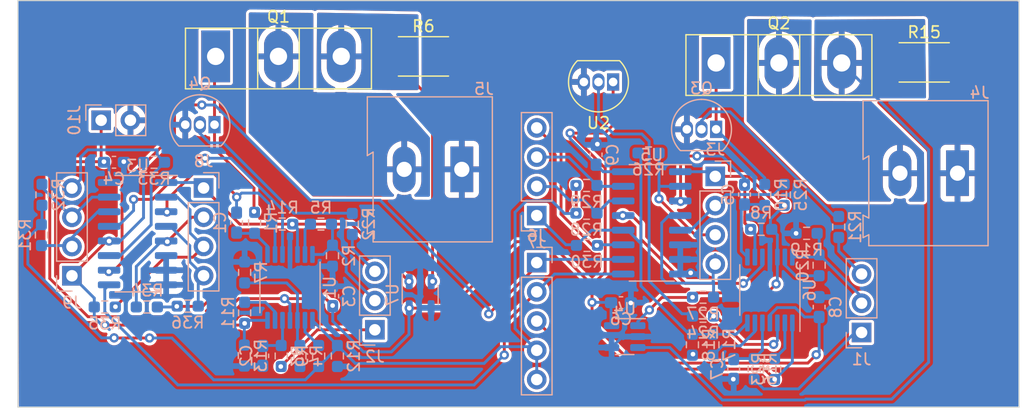
<source format=kicad_pcb>
(kicad_pcb (version 20221018) (generator pcbnew)
  (layers (0 "F.Cu" signal) (31 "B.Cu" signal) (34 "B.Paste" user) (35 "F.Paste" user) (36 "B.SilkS" user "B.Silkscreen") (37 "F.SilkS" user "F.Silkscreen") (38 "B.Mask" user) (39 "F.Mask" user) (44 "Edge.Cuts" user))
  (net 0 "")
  (net 1 "5V")
  (net 2 "input")
  (net 3 "0")
  (net 4 "Net-(C1-Pad2)")
  (net 5 "Net-(Q1-B)")
  (net 6 "Net-(Q1-E)")
  (net 7 "ADC_SHUNT")
  (net 8 "DAC_from_board")
  (net 9 "Net-(U1B-+)")
  (net 10 "input_sense")
  (net 11 "input_divider")
  (net 12 "Net-(U1D--)")
  (net 13 "Net-(U1A--)")
  (net 14 "Net-(U1B--)")
  (net 15 "DAC")
  (net 16 "DIVIDER")
  (net 17 "SHUNT")
  (net 18 "Net-(U1C--)")
  (net 19 "TEMP")
  (net 20 "COMMON_MUX_B")
  (net 21 "COMMON_MUX_A")
  (net 22 "Net-(Q2-B)")
  (net 23 "Net-(Q2-E)")
  (net 24 "SHUNT_2")
  (net 25 "Net-(U5-Y)")
  (net 26 "Net-(C5-Pad2)")
  (net 27 "DAC_from_board_2")
  (net 28 "Net-(U6B-+)")
  (net 29 "Net-(U6B--)")
  (net 30 "DAC_2")
  (net 31 "ADC_SHUNT_2")
  (net 32 "Net-(U6D--)")
  (net 33 "Net-(U2-V_{OUT})")
  (net 34 "Net-(U1C-+)")
  (net 35 "Net-(U5-X)")
  (net 36 "Net-(Q3-B)")
  (net 37 "Net-(Q4-B)")
  (net 38 "ENABLE")
  (net 39 "ENABLE_2")
  (net 40 "Net-(U6A--)")
  (net 41 "Net-(U6A-+)")
  (net 42 "Net-(J3-Pin_2)")
  (net 43 "Net-(J3-Pin_3)")
  (net 44 "Net-(J3-Pin_4)")
  (net 45 "Net-(J7-Pin_2)")
  (net 46 "Net-(J7-Pin_3)")
  (net 47 "Net-(J7-Pin_4)")
  (net 48 "Net-(J9-Pin_2)")
  (net 49 "Net-(J9-Pin_3)")
  (net 50 "Net-(J8-Pin_2)")
  (net 51 "Net-(J8-Pin_3)")
  (net 52 "Net-(J8-Pin_4)")
  (net 53 "Net-(J9-Pin_4)")
  (footprint "Package_TO_SOT_THT:TO-247-3_Vertical" (layer "F.Cu") (at 187.96 31.57)
    (fp_text reference "Q2")
    (fp_text value "TIP142")
  )
  (footprint "Package_TO_SOT_THT:TO-92_Inline" (layer "F.Cu") (at 179.0192 33.2232 180)
    (fp_text reference "U2")
    (fp_text value "MCP9700Ax-ETT")
  )
  (footprint "Resistor_SMD:R_2512_6332Metric_Pad1.40x3.35mm_HandSolder" (layer "F.Cu") (at 206.0194 31.5214)
    (fp_text reference "R15")
    (fp_text value "0.05")
  )
  (footprint "Package_TO_SOT_THT:TO-247-3_Vertical" (layer "F.Cu") (at 144.5236 31)
    (fp_text reference "Q1")
    (fp_text value "TIP142")
  )
  (footprint "Resistor_SMD:R_2512_6332Metric_Pad1.40x3.35mm_HandSolder" (layer "F.Cu") (at 162.56 31)
    (fp_text reference "R6")
    (fp_text value "0.05")
  )
  (footprint "Resistor_SMD:R_0603_1608Metric_Pad0.98x0.95mm_HandSolder" (layer "B.Cu") (at 153.4626 57.0339 -90)
    (fp_text reference "R9")
    (fp_text value "0")
  )
  (footprint "Capacitor_SMD:C_0603_1608Metric_Pad1.08x0.95mm_HandSolder" (layer "B.Cu") (at 148.6128 57.0186 -90)
    (fp_text reference "C2")
    (fp_text value "10n")
  )
  (footprint "Package_SO:SOIC-16_3.9x9.9mm_P1.27mm" (layer "B.Cu") (at 182.372 45.466 180)
    (fp_text reference "U5")
    (fp_text value "SN74LV4052")
  )
  (footprint "Connector_PinHeader_2.54mm:PinHeader_1x02_P2.54mm_Vertical" (layer "B.Cu") (at 134.585 36.55 -90)
    (fp_text reference "J10")
    (fp_text value "Conn_01x02_Pin")
  )
  (footprint "Resistor_SMD:R_0603_1608Metric_Pad0.98x0.95mm_HandSolder" (layer "B.Cu") (at 129.45 43.025 90)
    (fp_text reference "R32")
    (fp_text value "0")
  )
  (footprint "Package_TO_SOT_THT:TO-92_Inline" (layer "B.Cu") (at 187.96 37.338 180)
    (fp_text reference "Q3")
    (fp_text value "BC549")
  )
  (footprint "Resistor_SMD:R_0603_1608Metric_Pad0.98x0.95mm_HandSolder" (layer "B.Cu") (at 193.8782 43.0295 90)
    (fp_text reference "R25")
    (fp_text value "0")
  )
  (footprint "Resistor_SMD:R_0603_1608Metric_Pad0.98x0.95mm_HandSolder" (layer "B.Cu") (at 138.55 52.775 180)
    (fp_text reference "R34")
    (fp_text value "0")
  )
  (footprint "Resistor_SMD:R_0603_1608Metric_Pad0.98x0.95mm_HandSolder" (layer "B.Cu") (at 196.9008 49.149 -90)
    (fp_text reference "R20")
    (fp_text value "0")
  )
  (footprint "Package_TO_SOT_SMD:SOT-23-5" (layer "B.Cu") (at 180.025 55.35 180)
    (fp_text reference "U4")
    (fp_text value "INA180A1")
  )
  (footprint "Resistor_SMD:R_0603_1608Metric_Pad0.98x0.95mm_HandSolder" (layer "B.Cu") (at 195.8125 46.375)
    (fp_text reference "R19")
    (fp_text value "10k")
  )
  (footprint "Connector_PinHeader_2.54mm:PinHeader_1x03_P2.54mm_Vertical" (layer "B.Cu") (at 200.5838 54.991)
    (fp_text reference "J1")
    (fp_text value "Conn_01x03_Pin")
  )
  (footprint "Resistor_SMD:R_0603_1608Metric_Pad0.98x0.95mm_HandSolder" (layer "B.Cu") (at 139.175 40.2)
    (fp_text reference "R33")
    (fp_text value "0")
  )
  (footprint "Connector_PinHeader_2.54mm:PinHeader_1x03_P2.54mm_Vertical" (layer "B.Cu") (at 158.341 54.758)
    (fp_text reference "J2")
    (fp_text value "Conn_01x03_Pin")
  )
  (footprint "Resistor_SMD:R_0603_1608Metric_Pad0.98x0.95mm_HandSolder" (layer "B.Cu") (at 191.262 58.166 90)
    (fp_text reference "R16")
    (fp_text value "220")
  )
  (footprint "Capacitor_SMD:C_0603_1608Metric_Pad1.08x0.95mm_HandSolder" (layer "B.Cu") (at 179.7039 52.4002)
    (fp_text reference "C6")
    (fp_text value "100n")
  )
  (footprint "Resistor_SMD:R_0603_1608Metric_Pad0.98x0.95mm_HandSolder" (layer "B.Cu") (at 192.1764 43.0295 90)
    (fp_text reference "R10")
    (fp_text value "0")
  )
  (footprint "Capacitor_SMD:C_0603_1608Metric_Pad1.08x0.95mm_HandSolder" (layer "B.Cu") (at 189.484 58.166 -90)
    (fp_text reference "C7")
    (fp_text value "10n")
  )
  (footprint "Resistor_SMD:R_0603_1608Metric_Pad0.98x0.95mm_HandSolder" (layer "B.Cu") (at 147.0126 56.9964 90)
    (fp_text reference "R13")
    (fp_text value "10k")
  )
  (footprint "Resistor_SMD:R_0603_1608Metric_Pad0.98x0.95mm_HandSolder" (layer "B.Cu") (at 176.7078 42.2148)
    (fp_text reference "R29")
    (fp_text value "0")
  )
  (footprint "Resistor_SMD:R_0603_1608Metric_Pad0.98x0.95mm_HandSolder" (layer "B.Cu") (at 198.6 45.825 90)
    (fp_text reference "R21")
    (fp_text value "1k")
  )
  (footprint "Package_SO:TSSOP-14_4.4x5mm_P0.65mm" (layer "B.Cu") (at 150.975 51.075 90)
    (fp_text reference "U1")
    (fp_text value "NCS21804")
  )
  (footprint "Connector_PinHeader_2.54mm:PinHeader_1x04_P2.54mm_Vertical" (layer "B.Cu") (at 187.8838 41.4274 180)
    (fp_text reference "J3")
    (fp_text value "Conn_01x04_Pin")
  )
  (footprint "Resistor_SMD:R_0603_1608Metric_Pad0.98x0.95mm_HandSolder" (layer "B.Cu") (at 134.9 52.775)
    (fp_text reference "R35")
    (fp_text value "0")
  )
  (footprint "Capacitor_SMD:C_0603_1608Metric_Pad1.08x0.95mm_HandSolder" (layer "B.Cu") (at 196.9008 52.7812 90)
    (fp_text reference "C8")
    (fp_text value "100n")
  )
  (footprint "Capacitor_SMD:C_0603_1608Metric_Pad1.08x0.95mm_HandSolder" (layer "B.Cu") (at 135.7 40.2)
    (fp_text reference "C4")
    (fp_text value "100n")
  )
  (footprint "Package_SO:SOIC-16_3.9x9.9mm_P1.27mm" (layer "B.Cu") (at 137.75 46.405 180)
    (fp_text reference "U3")
    (fp_text value "SN74LV4052")
  )
  (footprint "Connector_PinHeader_2.54mm:PinHeader_1x05_P2.54mm_Vertical" (layer "B.Cu") (at 172.3898 48.9204 180)
    (fp_text reference "J6")
    (fp_text value "Conn_01x05_Pin")
  )
  (footprint "Resistor_SMD:R_0603_1608Metric_Pad0.98x0.95mm_HandSolder" (layer "B.Cu") (at 156.3852 45.5632 90)
    (fp_text reference "R22")
    (fp_text value "1k")
  )
  (footprint "Resistor_SMD:R_0603_1608Metric_Pad0.98x0.95mm_HandSolder" (layer "B.Cu") (at 129.4 46.525 -90)
    (fp_text reference "R31")
    (fp_text value "0")
  )
  (footprint "Resistor_SMD:R_0603_1608Metric_Pad0.98x0.95mm_HandSolder" (layer "B.Cu") (at 176.7078 44.6278)
    (fp_text reference "R28")
    (fp_text value "0")
  )
  (footprint "Resistor_SMD:R_0603_1608Metric_Pad0.98x0.95mm_HandSolder" (layer "B.Cu") (at 185.9026 56.0578 90)
    (fp_text reference "R18")
    (fp_text value "10k")
  )
  (footprint "Resistor_SMD:R_0603_1608Metric_Pad0.98x0.95mm_HandSolder" (layer "B.Cu") (at 176.75 47.425)
    (fp_text reference "R30")
    (fp_text value "0")
  )
  (footprint "Resistor_SMD:R_0603_1608Metric_Pad0.98x0.95mm_HandSolder" (layer "B.Cu") (at 150.2126 57.0339 90)
    (fp_text reference "R3")
    (fp_text value "220")
  )
  (footprint "Resistor_SMD:R_0603_1608Metric_Pad0.98x0.95mm_HandSolder" (layer "B.Cu") (at 150.3001 45.5714 180)
    (fp_text reference "R14")
    (fp_text value "10k")
  )
  (footprint "Resistor_SMD:R_0603_1608Metric_Pad0.98x0.95mm_HandSolder" (layer "B.Cu") (at 182.0945 39.3954)
    (fp_text reference "R26")
    (fp_text value "0")
  )
  (footprint "Capacitor_SMD:C_0603_1608Metric_Pad1.08x0.95mm_HandSolder" (layer "B.Cu") (at 177.546 39.5478 90)
    (fp_text reference "C9")
    (fp_text value "100n")
  )
  (footprint "Capacitor_SMD:C_0603_1608Metric_Pad1.08x0.95mm_HandSolder" (layer "B.Cu") (at 190.4238 43.0041 -90)
    (fp_text reference "C5")
    (fp_text value "220p")
  )
  (footprint "Resistor_SMD:R_0603_1608Metric_Pad0.98x0.95mm_HandSolder" (layer "B.Cu") (at 147.0376 49.7714 90)
    (fp_text reference "R7")
    (fp_text value "20k")
  )
  (footprint "TerminalBlock:TerminalBlock_Altech_AK300-2_P5.00mm" (layer "B.Cu") (at 165.8874 40.8178 180)
    (fp_text reference "J5")
    (fp_text value "Screw_Terminal_01x02")
  )
  (footprint "Resistor_SMD:R_0603_1608Metric_Pad0.98x0.95mm_HandSolder" (layer "B.Cu") (at 193.04 58.166 -90)
    (fp_text reference "R23")
    (fp_text value "0")
  )
  (footprint "Connector_PinHeader_2.54mm:PinHeader_1x04_P2.54mm_Vertical" (layer "B.Cu") (at 172.3898 44.831)
    (fp_text reference "J7")
    (fp_text value "Conn_01x04_Pin")
  )
  (footprint "Resistor_SMD:R_0603_1608Metric_Pad0.98x0.95mm_HandSolder" (layer "B.Cu") (at 142.1 52.7)
    (fp_text reference "R36")
    (fp_text value "0")
  )
  (footprint "Resistor_SMD:R_0603_1608Metric_Pad0.98x0.95mm_HandSolder" (layer "B.Cu") (at 186.825 53.575)
    (fp_text reference "R24")
    (fp_text value "0")
  )
  (footprint "Resistor_SMD:R_0603_1608Metric_Pad0.98x0.95mm_HandSolder" (layer "B.Cu") (at 186.825 51.925)
    (fp_text reference "R27")
    (fp_text value "0")
  )
  (footprint "Resistor_SMD:R_0603_1608Metric_Pad0.98x0.95mm_HandSolder" (layer "B.Cu") (at 147.0376 53.2839 -90)
    (fp_text reference "R11")
    (fp_text value "0")
  )
  (footprint "Resistor_SMD:R_0603_1608Metric_Pad0.98x0.95mm_HandSolder" (layer "B.Cu") (at 187.6806 56.0578 90)
    (fp_text reference "R17")
    (fp_text value "0")
  )
  (footprint "Resistor_SMD:R_0603_1608Metric_Pad0.98x0.95mm_HandSolder" (layer "B.Cu") (at 191.8716 46.0248 180)
    (fp_text reference "R8")
    (fp_text value "10k")
  )
  (footprint "Package_TO_SOT_SMD:SOT-23-5" (layer "B.Cu") (at 162.275 51.7125 -90)
    (fp_text reference "U7")
    (fp_text value "INA180A1")
  )
  (footprint "Resistor_SMD:R_0603_1608Metric_Pad0.98x0.95mm_HandSolder" (layer "B.Cu") (at 154.6626 48.3214 90)
    (fp_text reference "R2")
    (fp_text value "10k")
  )
  (footprint "Package_TO_SOT_THT:TO-92_Inline" (layer "B.Cu") (at 144.4244 36.936 180)
    (fp_text reference "Q4")
    (fp_text value "BC549")
  )
  (footprint "TerminalBlock:TerminalBlock_Altech_AK300-2_P5.00mm" (layer "B.Cu") (at 208.9114 41.148 180)
    (fp_text reference "J4")
    (fp_text value "Screw_Terminal_01x02")
  )
  (footprint "Connector_PinHeader_2.54mm:PinHeader_1x04_P2.54mm_Vertical" (layer "B.Cu") (at 143.475 42.435 180)
    (fp_text reference "J8")
    (fp_text value "Conn_01x04_Pin")
  )
  (footprint "Resistor_SMD:R_0603_1608Metric_Pad0.98x0.95mm_HandSolder" (layer "B.Cu") (at 153.6626 45.5714 180)
    (fp_text reference "R5")
    (fp_text value "0")
  )
  (footprint "Package_SO:TSSOP-14_4.4x5mm_P0.65mm" (layer "B.Cu") (at 192.625 51.3 90)
    (fp_text reference "U6")
    (fp_text value "NCS21804")
  )
  (footprint "Resistor_SMD:R_0603_1608Metric_Pad0.98x0.95mm_HandSolder" (layer "B.Cu") (at 151.8376 57.0339 90)
    (fp_text reference "R4")
    (fp_text value "280k")
  )
  (footprint "Resistor_SMD:R_0603_1608Metric_Pad0.98x0.95mm_HandSolder" (layer "B.Cu") (at 147.9016 45.4616 90)
    (fp_text reference "R1")
    (fp_text value "0")
  )
  (footprint "Capacitor_SMD:C_0603_1608Metric_Pad1.08x0.95mm_HandSolder" (layer "B.Cu") (at 146.3376 45.4464 -90)
    (fp_text reference "C1")
    (fp_text value "220p")
  )
  (footprint "Connector_PinHeader_2.54mm:PinHeader_1x04_P2.54mm_Vertical" (layer "B.Cu") (at 132.05 50.065)
    (fp_text reference "J9")
    (fp_text value "Conn_01x04_Pin")
  )
  (footprint "Resistor_SMD:R_0603_1608Metric_Pad0.98x0.95mm_HandSolder" (layer "B.Cu") (at 155.0876 57.0339 90)
    (fp_text reference "R12")
    (fp_text value "1k")
  )
  (footprint "Capacitor_SMD:C_0603_1608Metric_Pad1.08x0.95mm_HandSolder" (layer "B.Cu") (at 154.6834 51.837 90)
    (fp_text reference "C3")
    (fp_text value "100n")
  )
  (gr_rect (start 127.36 26.15) (end 214.25 61.48) (stroke (width 0.1)) (fill none) (layer "Edge.Cuts"))
  (segment (start 189.738 52.578) (end 188.798 52.578) (width 0) (layer "B.Cu") (net 0))
  (segment (start 196.6722 56.9468) (end 196.6976 56.9468) (width 0.25) (layer "F.Cu") (net 1))
  (segment (start 170.65 47.1) (end 164.875 52.875) (width 0.25) (layer "F.Cu") (net 1))
  (segment (start 196.6468 56.9214) (end 196.6722 56.9468) (width 0.25) (layer "F.Cu") (net 1))
  (segment (start 179.0192 36.957) (end 179.0192 33.2232) (width 0.25) (layer "F.Cu") (net 1))
  (segment (start 150.5 52.05) (end 146.525 52.05) (width 0.25) (layer "F.Cu") (net 1))
  (segment (start 177.1904 50.8846) (end 177.1904 52.3748) (width 0.25) (layer "F.Cu") (net 1))
  (segment (start 133.45038 53.625) (end 130.125 50.29962) (width 0.25) (layer "F.Cu") (net 1))
  (segment (start 175.2854 37.6682) (end 178.308 37.6682) (width 0.25) (layer "F.Cu") (net 1))
  (segment (start 177.1904 52.3748) (end 177.1904 50.8654) (width 0.25) (layer "F.Cu") (net 1))
  (segment (start 178.308 37.6682) (end 179.0192 36.957) (width 0.25) (layer "F.Cu") (net 1))
  (segment (start 177.1904 52.3748) (end 177.1904 54.1654) (width 0.25) (layer "F.Cu") (net 1))
  (segment (start 180.675 57.65) (end 195.9182 57.65) (width 0.25) (layer "F.Cu") (net 1))
  (segment (start 177.1904 54.1654) (end 180.675 57.65) (width 0.25) (layer "F.Cu") (net 1))
  (segment (start 130.125 40.775) (end 130.75 40.15) (width 0.25) (layer "F.Cu") (net 1))
  (segment (start 134.825 40.15) (end 134.585 39.91) (width 0.25) (layer "F.Cu") (net 1))
  (segment (start 177.1904 50.8654) (end 173.425 47.1) (width 0.25) (layer "F.Cu") (net 1))
  (segment (start 195.9182 57.65) (end 196.6468 56.9214) (width 0.25) (layer "F.Cu") (net 1))
  (segment (start 173.425 47.1) (end 170.65 47.1) (width 0.25) (layer "F.Cu") (net 1))
  (segment (start 178.3334 49.7416) (end 177.1904 50.8846) (width 0.25) (layer "F.Cu") (net 1))
  (segment (start 175.2854 37.6682) (end 178.3334 40.7162) (width 0.25) (layer "F.Cu") (net 1))
  (segment (start 178.3334 40.7162) (end 178.3334 49.7416) (width 0.25) (layer "F.Cu") (net 1))
  (segment (start 130.75 40.15) (end 134.825 40.15) (width 0.25) (layer "F.Cu") (net 1))
  (segment (start 144.95 53.625) (end 133.45038 53.625) (width 0.25) (layer "F.Cu") (net 1))
  (segment (start 154.075 52.05) (end 154.675 52.65) (width 0.25) (layer "F.Cu") (net 1))
  (segment (start 130.125 50.29962) (end 130.125 40.775) (width 0.25) (layer "F.Cu") (net 1))
  (segment (start 150.5 52.05) (end 154.075 52.05) (width 0.25) (layer "F.Cu") (net 1))
  (segment (start 134.585 39.91) (end 134.585 36.55) (width 0.25) (layer "F.Cu") (net 1))
  (segment (start 164.875 52.875) (end 161.325 52.875) (width 0.25) (layer "F.Cu") (net 1))
  (segment (start 146.525 52.05) (end 144.95 53.625) (width 0.25) (layer "F.Cu") (net 1))
  (via (at 196.6468 56.9214) (size 0.8) (drill 0.4) (layers "F.Cu" "B.Cu") (net 1))
  (via (at 134.825 40.15) (size 0.8) (drill 0.4) (layers "F.Cu" "B.Cu") (net 1))
  (via (at 154.675 52.65) (size 0.8) (drill 0.4) (layers "F.Cu" "B.Cu") (net 1))
  (via (at 175.2854 37.6682) (size 0.8) (drill 0.4) (layers "F.Cu" "B.Cu") (net 1))
  (via (at 161.325 52.875) (size 0.8) (drill 0.4) (layers "F.Cu" "B.Cu") (net 1))
  (via (at 150.5 52.05) (size 0.8) (drill 0.4) (layers "F.Cu" "B.Cu") (net 1))
  (via (at 177.1904 52.3748) (size 0.8) (drill 0.4) (layers "F.Cu" "B.Cu") (net 1))
  (segment (start 150.975 53.9375) (end 150.975 52.5) (width 0.25) (layer "B.Cu") (net 1))
  (segment (start 175.2854 37.6682) (end 175.2854 38.1497) (width 0.25) (layer "B.Cu") (net 1))
  (segment (start 179.897 41.021) (end 178.1567 41.021) (width 0.25) (layer "B.Cu") (net 1))
  (segment (start 154.6834 54.0084) (end 154.6834 52.6995) (width 0.25) (layer "B.Cu") (net 1))
  (segment (start 178.8414 54.3539) (end 178.8875 54.4) (width 0.25) (layer "B.Cu") (net 1))
  (segment (start 178.1567 41.021) (end 177.546 40.4103) (width 0.25) (layer "B.Cu") (net 1))
  (segment (start 134.825 40.1875) (end 134.825 40.15) (width 0.25) (layer "B.Cu") (net 1))
  (segment (start 150.975 52.5) (end 150.525 52.05) (width 0.25) (layer "B.Cu") (net 1))
  (segment (start 196.6468 56.9214) (end 196.9008 56.6674) (width 0.25) (layer "B.Cu") (net 1))
  (segment (start 150.525 52.05) (end 150.5 52.05) (width 0.25) (layer "B.Cu") (net 1))
  (segment (start 161.3 55.15) (end 159.775 56.675) (width 0.25) (layer "B.Cu") (net 1))
  (segment (start 157.35 56.675) (end 154.6834 54.0084) (width 0.25) (layer "B.Cu") (net 1))
  (segment (start 195.6297 53.6437) (end 194.818 52.832) (width 0.25) (layer "B.Cu") (net 1))
  (segment (start 134.7875 40.15) (end 134.8375 40.2) (width 0.25) (layer "B.Cu") (net 1))
  (segment (start 196.9008 53.6437) (end 195.6297 53.6437) (width 0.25) (layer "B.Cu") (net 1))
  (segment (start 161.3 52.8375) (end 161.3 55.15) (width 0.25) (layer "B.Cu") (net 1))
  (segment (start 177.1904 52.3748) (end 178.816 52.3748) (width 0.25) (layer "B.Cu") (net 1))
  (segment (start 175.2854 38.1497) (end 177.546 40.4103) (width 0.25) (layer "B.Cu") (net 1))
  (segment (start 193.266958 52.832) (end 192.625 53.473958) (width 0.25) (layer "B.Cu") (net 1))
  (segment (start 135.275 41.96) (end 135.275 40.6375) (width 0.25) (layer "B.Cu") (net 1))
  (segment (start 178.816 52.3748) (end 178.8414 52.4002) (width 0.25) (layer "B.Cu") (net 1))
  (segment (start 178.8414 52.4002) (end 178.8414 54.3539) (width 0.25) (layer "B.Cu") (net 1))
  (segment (start 150.5 52.025) (end 150.525 52.05) (width 0.25) (layer "B.Cu") (net 1))
  (segment (start 175.2854 37.6682) (end 175.2843 37.6693) (width 0.25) (layer "B.Cu") (net 1))
  (segment (start 159.775 56.675) (end 157.35 56.675) (width 0.25) (layer "B.Cu") (net 1))
  (segment (start 194.818 52.832) (end 193.266958 52.832) (width 0.25) (layer "B.Cu") (net 1))
  (segment (start 196.9008 56.6674) (end 196.9008 53.6437) (width 0.25) (layer "B.Cu") (net 1))
  (segment (start 150.5 52.05) (end 150.5 52.025) (width 0.25) (layer "B.Cu") (net 1))
  (segment (start 135.275 40.6375) (end 134.825 40.1875) (width 0.25) (layer "B.Cu") (net 1))
  (segment (start 192.625 53.473958) (end 192.625 54.1625) (width 0.25) (layer "B.Cu") (net 1))
  (segment (start 134.825 40.15) (end 134.7875 40.15) (width 0.25) (layer "B.Cu") (net 1))
  (via (at 194.9 46.375) (size 0.8) (drill 0.4) (layers "F.Cu" "B.Cu") (net 3))
  (via (at 136.55 40.15) (size 0.8) (drill 0.4) (layers "F.Cu" "B.Cu") (net 3))
  (via (at 185.95 56.875) (size 0.8) (drill 0.4) (layers "F.Cu" "B.Cu") (net 3))
  (via (at 177.65 38.625) (size 0.8) (drill 0.4) (layers "F.Cu" "B.Cu") (net 3))
  (via (at 180.55 52.425) (size 0.8) (drill 0.4) (layers "F.Cu" "B.Cu") (net 3))
  (via (at 189.45 59.05) (size 0.8) (drill 0.4) (layers "F.Cu" "B.Cu") (net 3))
  (via (at 185.7502 49.8094) (size 0.8) (drill 0.4) (layers "F.Cu" "B.Cu") (net 3))
  (segment (start 179.925 55.2625) (end 179.8375 55.35) (width 0.25) (layer "B.Cu") (net 3))
  (segment (start 179.8375 55.35) (end 178.8875 56.3) (width 0.25) (layer "B.Cu") (net 3))
  (segment (start 180.55 52.425) (end 180.5664 52.4414) (width 0.25) (layer "B.Cu") (net 3))
  (segment (start 180.55 52.425) (end 179.925 53.05) (width 0.25) (layer "B.Cu") (net 3))
  (segment (start 181.1625 55.35) (end 179.8375 55.35) (width 0.25) (layer "B.Cu") (net 3))
  (segment (start 180.5664 52.4002) (end 180.5664 52.4086) (width 0.25) (layer "B.Cu") (net 3))
  (segment (start 192.6825 48.437) (end 192.674 48.4455) (width 0.25) (layer "B.Cu") (net 3))
  (segment (start 184.847 47.371) (end 184.847 49.911) (width 0.25) (layer "B.Cu") (net 3))
  (segment (start 180.5664 52.4086) (end 180.55 52.425) (width 0.25) (layer "B.Cu") (net 3))
  (segment (start 179.925 53.05) (end 179.925 55.2625) (width 0.25) (layer "B.Cu") (net 3))
  (segment (start 149.025 47.4975) (end 147.9016 46.3741) (width 0.25) (layer "B.Cu") (net 4))
  (segment (start 147.9016 46.3741) (end 146.4028 46.3741) (width 0.25) (layer "B.Cu") (net 4))
  (segment (start 146.4028 46.3741) (end 146.3376 46.3089) (width 0.25) (layer "B.Cu") (net 4))
  (segment (start 149.025 48.2125) (end 149.025 47.4975) (width 0.25) (layer "B.Cu") (net 4))
  (segment (start 144.4244 39.0244) (end 144.4244 36.936) (width 0.25) (layer "F.Cu") (net 5))
  (segment (start 147.85 42.45) (end 144.4244 39.0244) (width 0.25) (layer "F.Cu") (net 5))
  (segment (start 144.4244 36.936) (end 144.4244 31.0992) (width 0.25) (layer "F.Cu") (net 5))
  (segment (start 147.85 44.475) (end 147.85 42.45) (width 0.25) (layer "F.Cu") (net 5))
  (segment (start 144.4244 31.0992) (end 144.5236 31) (width 0.25) (layer "F.Cu") (net 5))
  (via (at 147.85 44.475) (size 0.8) (drill 0.4) (layers "F.Cu" "B.Cu") (net 5))
  (segment (start 163.35 34.84) (end 159.51 31) (width 0.25) (layer "F.Cu") (net 6))
  (segment (start 163.35 50.55) (end 163.35 34.84) (width 0.25) (layer "F.Cu") (net 6))
  (via (at 163.35 50.55) (size 0.8) (drill 0.4) (layers "F.Cu" "B.Cu") (net 6))
  (segment (start 154.6626 47.4089) (end 154.6626 45.6589) (width 0.25) (layer "B.Cu") (net 7))
  (segment (start 152.925 48.2125) (end 153.859 48.2125) (width 0.25) (layer "B.Cu") (net 7))
  (segment (start 155.85 48.5963) (end 154.6626 47.4089) (width 0.25) (layer "B.Cu") (net 7))
  (segment (start 158.341 52.218) (end 155.85 49.727) (width 0.25) (layer "B.Cu") (net 7))
  (segment (start 155.85 49.727) (end 155.85 48.5963) (width 0.25) (layer "B.Cu") (net 7))
  (segment (start 154.6626 45.6589) (end 154.5751 45.5714) (width 0.25) (layer "B.Cu") (net 7))
  (segment (start 153.859 48.2125) (end 154.6626 47.4089) (width 0.25) (layer "B.Cu") (net 7))
  (segment (start 150.175 57.95) (end 153.367 54.758) (width 0.25) (layer "F.Cu") (net 8))
  (segment (start 153.367 54.758) (end 158.341 54.758) (width 0.25) (layer "F.Cu") (net 8))
  (via (at 150.175 57.95) (size 0.8) (drill 0.4) (layers "F.Cu" "B.Cu") (net 8))
  (segment (start 148.6475 56.1214) (end 148.6128 56.1561) (width 0.25) (layer "B.Cu") (net 9))
  (segment (start 150.325 53.9375) (end 150.325 56.009) (width 0.25) (layer "B.Cu") (net 9))
  (segment (start 150.2126 56.1214) (end 148.6475 56.1214) (width 0.25) (layer "B.Cu") (net 9))
  (segment (start 150.325 56.009) (end 150.2126 56.1214) (width 0.25) (layer "B.Cu") (net 9))
  (segment (start 151.625 51.625) (end 151.625 53.9375) (width 0.25) (layer "B.Cu") (net 11))
  (segment (start 147.0376 50.6839) (end 150.6839 50.6839) (width 0.25) (layer "B.Cu") (net 11))
  (segment (start 150.6839 50.6839) (end 151.625 51.625) (width 0.25) (layer "B.Cu") (net 11))
  (segment (start 151.8376 56.1214) (end 151.625 55.9088) (width 0.25) (layer "B.Cu") (net 11))
  (segment (start 151.625 55.9088) (end 151.625 53.9375) (width 0.25) (layer "B.Cu") (net 11))
  (segment (start 152.275 48.2125) (end 152.275 46.0465) (width 0.25) (layer "B.Cu") (net 12))
  (segment (start 152.275 46.0465) (end 152.7501 45.5714) (width 0.25) (layer "B.Cu") (net 12))
  (segment (start 153.4626 56.1214) (end 152.275 54.9338) (width 0.25) (layer "B.Cu") (net 13))
  (segment (start 152.275 54.9338) (end 152.275 53.9375) (width 0.25) (layer "B.Cu") (net 13))
  (segment (start 147.0376 52.3714) (end 148.8464 52.3714) (width 0.25) (layer "B.Cu") (net 14))
  (segment (start 148.8464 52.3714) (end 149.675 53.2) (width 0.25) (layer "B.Cu") (net 14))
  (segment (start 149.675 53.2) (end 149.675 53.9375) (width 0.25) (layer "B.Cu") (net 14))
  (segment (start 146.8845 54.3495) (end 134.91 54.3495) (width 0.25) (layer "F.Cu") (net 15))
  (segment (start 135.275 47.05) (end 135.065 47.05) (width 0.25) (layer "F.Cu") (net 15))
  (segment (start 135.065 47.05) (end 132.05 50.065) (width 0.25) (layer "F.Cu") (net 15))
  (segment (start 147.0376 54.1964) (end 146.8845 54.3495) (width 0.25) (layer "F.Cu") (net 15))
  (segment (start 147.0376 54.1964) (end 147.025 54.209) (width 0.25) (layer "F.Cu") (net 15))
  (via (at 135.275 47.05) (size 0.8) (drill 0.4) (layers "F.Cu" "B.Cu") (net 15))
  (via (at 134.91 54.3495) (size 0.8) (drill 0.4) (layers "F.Cu" "B.Cu") (net 15))
  (via (at 147.0376 54.1964) (size 0.8) (drill 0.4) (layers "F.Cu" "B.Cu") (net 15))
  (segment (start 138.2625 45.0275) (end 136.25 47.04) (width 0.25) (layer "B.Cu") (net 15))
  (segment (start 133.9875 53.6875) (end 133.9875 52.775) (width 0.25) (layer "B.Cu") (net 15))
  (segment (start 149.025 53.9375) (end 147.2965 53.9375) (width 0.25) (layer "B.Cu") (net 15))
  (segment (start 147.2965 53.9375) (end 147.0376 54.1964) (width 0.25) (layer "B.Cu") (net 15))
  (segment (start 133.9875 52.0025) (end 132.05 50.065) (width 0.25) (layer "B.Cu") (net 15))
  (segment (start 147.0126 54.2214) (end 147.0376 54.1964) (width 0.25) (layer "B.Cu") (net 15))
  (segment (start 134.91 54.3495) (end 134.6495 54.3495) (width 0.25) (layer "B.Cu") (net 15))
  (segment (start 134.91 54.3495) (end 135.3 54.7395) (width 0.25) (layer "B.Cu") (net 15))
  (segment (start 138.2625 40.2) (end 138.2625 45.0275) (width 0.25) (layer "B.Cu") (net 15))
  (segment (start 135.275 47.05) (end 135.275 47.04) (width 0.25) (layer "B.Cu") (net 15))
  (segment (start 133.9875 52.775) (end 133.9875 52.0025) (width 0.25) (layer "B.Cu") (net 15))
  (segment (start 136.25 47.04) (end 135.275 47.05) (width 0.25) (layer "B.Cu") (net 15))
  (segment (start 134.6495 54.3495) (end 133.9875 53.6875) (width 0.25) (layer "B.Cu") (net 15))
  (segment (start 147.0126 56.0839) (end 147.0126 54.2214) (width 0.25) (layer "B.Cu") (net 15))
  (segment (start 138.78 55.47) (end 135.72 55.47) (width 0.25) (layer "F.Cu") (net 16))
  (segment (start 135.72 55.47) (end 135.71 55.46) (width 0.25) (layer "F.Cu") (net 16))
  (segment (start 175.8188 42.164) (end 175.8188 44.6532) (width 0.25) (layer "F.Cu") (net 16))
  (via (at 175.8188 42.164) (size 0.8) (drill 0.4) (layers "F.Cu" "B.Cu") (net 16))
  (via (at 138.78 55.47) (size 0.8) (drill 0.4) (layers "F.Cu" "B.Cu") (net 16))
  (via (at 135.71 55.46) (size 0.8) (drill 0.4) (layers "F.Cu" "B.Cu") (net 16))
  (via (at 175.8188 44.6532) (size 0.8) (drill 0.4) (layers "F.Cu" "B.Cu") (net 16))
  (segment (start 175.8188 44.6532) (end 174.8032 44.6532) (width 0.25) (layer "B.Cu") (net 16))
  (segment (start 138.78 55.47) (end 140.72 55.47) (width 0.25) (layer "B.Cu") (net 16))
  (segment (start 155.0876 56.1214) (end 155.0876 56.3214) (width 0.25) (layer "B.Cu") (net 16))
  (segment (start 167.824695 57.675) (end 169.274695 56.225) (width 0.25) (layer "B.Cu") (net 16))
  (segment (start 155.0876 56.3214) (end 153.4626 57.9464) (width 0.25) (layer "B.Cu") (net 16))
  (segment (start 134.63 55.46) (end 128.225 49.055) (width 0.25) (layer "B.Cu") (net 16))
  (segment (start 155.0876 56.1001) (end 152.925 53.9375) (width 0.25) (layer "B.Cu") (net 16))
  (segment (start 128.225 49.055) (end 128.225 46.7875) (width 0.25) (layer "B.Cu") (net 16))
  (segment (start 172.3898 56.5404) (end 172.3898 59.0804) (width 0.25) (layer "B.Cu") (net 16))
  (segment (start 129.45 43.9375) (end 129.45 45.5625) (width 0.25) (layer "B.Cu") (net 16))
  (segment (start 155.0876 56.1214) (end 155.0876 56.1001) (width 0.25) (layer "B.Cu") (net 16))
  (segment (start 174.8032 44.6532) (end 173.6944 43.5444) (width 0.25) (layer "B.Cu") (net 16))
  (segment (start 171.50678 43.5444) (end 170.5102 44.54098) (width 0.25) (layer "B.Cu") (net 16))
  (segment (start 169.274695 56.225) (end 172.0744 56.225) (width 0.25) (layer "B.Cu") (net 16))
  (segment (start 170.5102 54.6608) (end 172.3898 56.5404) (width 0.25) (layer "B.Cu") (net 16))
  (segment (start 155.0876 56.1214) (end 156.6412 57.675) (width 0.25) (layer "B.Cu") (net 16))
  (segment (start 152.309 59.1) (end 153.4626 57.9464) (width 0.25) (layer "B.Cu") (net 16))
  (segment (start 129.45 45.5625) (end 129.4 45.6125) (width 0.25) (layer "B.Cu") (net 16))
  (segment (start 156.6412 57.675) (end 167.824695 57.675) (width 0.25) (layer "B.Cu") (net 16))
  (segment (start 172.0744 56.225) (end 172.3898 56.5404) (width 0.25) (layer "B.Cu") (net 16))
  (segment (start 144.35 59.1) (end 152.309 59.1) (width 0.25) (layer "B.Cu") (net 16))
  (segment (start 140.72 55.47) (end 144.35 59.1) (width 0.25) (layer "B.Cu") (net 16))
  (segment (start 138.580496 55.669504) (end 138.78 55.47) (width 0.25) (layer "B.Cu") (net 16))
  (segment (start 173.6944 43.5444) (end 171.50678 43.5444) (width 0.25) (layer "B.Cu") (net 16))
  (segment (start 128.225 46.7875) (end 129.4 45.6125) (width 0.25) (layer "B.Cu") (net 16))
  (segment (start 135.71 55.46) (end 134.63 55.46) (width 0.25) (layer "B.Cu") (net 16))
  (segment (start 170.5102 44.54098) (end 170.5102 54.6608) (width 0.25) (layer "B.Cu") (net 16))
  (segment (start 156.325 45.575) (end 151.175 45.575) (width 0.25) (layer "F.Cu") (net 17))
  (segment (start 161.3 50.55) (end 156.325 45.575) (width 0.25) (layer "F.Cu") (net 17))
  (segment (start 143.4 52.725) (end 145.2 50.925) (width 0.25) (layer "F.Cu") (net 17))
  (segment (start 141.15 52.725) (end 143.4 52.725) (width 0.25) (layer "F.Cu") (net 17))
  (segment (start 143.475 42.435) (end 146.615 45.575) (width 0.25) (layer "F.Cu") (net 17))
  (segment (start 145.2 50.925) (end 145.2 44.16) (width 0.25) (layer "F.Cu") (net 17))
  (segment (start 146.615 45.575) (end 151.175 45.575) (width 0.25) (layer "F.Cu") (net 17))
  (segment (start 145.2 44.16) (end 143.475 42.435) (width 0.25) (layer "F.Cu") (net 17))
  (via (at 141.15 52.725) (size 0.8) (drill 0.4) (layers "F.Cu" "B.Cu") (net 17))
  (via (at 151.175 45.575) (size 0.8) (drill 0.4) (layers "F.Cu" "B.Cu") (net 17))
  (via (at 161.3 50.55) (size 0.8) (drill 0.4) (layers "F.Cu" "B.Cu") (net 17))
  (segment (start 141.1125 52.775) (end 141.15 52.7375) (width 0.25) (layer "B.Cu") (net 17))
  (segment (start 141.1625 52.725) (end 141.1875 52.7) (width 0.25) (layer "B.Cu") (net 17))
  (segment (start 143 41.96) (end 143.475 42.435) (width 0.25) (layer "B.Cu") (net 17))
  (segment (start 139.4625 52.775) (end 141.1125 52.775) (width 0.25) (layer "B.Cu") (net 17))
  (segment (start 140.225 41.96) (end 143 41.96) (width 0.25) (layer "B.Cu") (net 17))
  (segment (start 151.2162 45.575) (end 151.175 45.575) (width 0.25) (layer "B.Cu") (net 17))
  (segment (start 151.625 45.9838) (end 151.2162 45.575) (width 0.25) (layer "B.Cu") (net 17))
  (segment (start 141.15 52.725) (end 141.1625 52.725) (width 0.25) (layer "B.Cu") (net 17))
  (segment (start 151.175 45.5338) (end 151.2126 45.5714) (width 0.25) (layer "B.Cu") (net 17))
  (segment (start 141.15 52.7375) (end 141.15 52.725) (width 0.25) (layer "B.Cu") (net 17))
  (segment (start 151.625 48.2125) (end 151.625 45.9838) (width 0.25) (layer "B.Cu") (net 17))
  (segment (start 151.175 45.575) (end 151.175 45.5338) (width 0.25) (layer "B.Cu") (net 17))
  (segment (start 143.87462 40.675) (end 146.35 43.15038) (width 0.25) (layer "F.Cu") (net 18))
  (segment (start 146.35 43.15038) (end 146.35 43.225) (width 0.25) (layer "F.Cu") (net 18))
  (segment (start 143.125 40.675) (end 143.87462 40.675) (width 0.25) (layer "F.Cu") (net 18))
  (segment (start 143.07538 40.675) (end 143.125 40.675) (width 0.25) (layer "F.Cu") (net 18))
  (segment (start 140.3 44.525) (end 140.3 43.45038) (width 0.25) (layer "F.Cu") (net 18))
  (segment (start 146.35 43.225) (end 146.35 43.275) (width 0.25) (layer "F.Cu") (net 18))
  (segment (start 140.3 43.45038) (end 143.07538 40.675) (width 0.25) (layer "F.Cu") (net 18))
  (via (at 146.35 43.225) (size 0.8) (drill 0.4) (layers "F.Cu" "B.Cu") (net 18))
  (via (at 140.3 44.525) (size 0.8) (drill 0.4) (layers "F.Cu" "B.Cu") (net 18))
  (segment (start 146.3376 43.3124) (end 146.3376 44.5839) (width 0.25) (layer "B.Cu") (net 18))
  (segment (start 149.675 45.8588) (end 149.675 48.2125) (width 0.25) (layer "B.Cu") (net 18))
  (segment (start 146.775 42.875) (end 146.3376 43.3124) (width 0.25) (layer "B.Cu") (net 18))
  (segment (start 149.1778 45.3616) (end 149.1778 43.8278) (width 0.25) (layer "B.Cu") (net 18))
  (segment (start 149.3876 45.5714) (end 149.1778 45.3616) (width 0.25) (layer "B.Cu") (net 18))
  (segment (start 149.3876 45.5714) (end 149.675 45.8588) (width 0.25) (layer "B.Cu") (net 18))
  (segment (start 149.1778 43.8278) (end 148.225 42.875) (width 0.25) (layer "B.Cu") (net 18))
  (segment (start 148.225 42.875) (end 146.775 42.875) (width 0.25) (layer "B.Cu") (net 18))
  (segment (start 176.5644 58.175) (end 172.3898 54.0004) (width 0.25) (layer "F.Cu") (net 19))
  (segment (start 193.04 59.055) (end 192.16 58.175) (width 0.25) (layer "F.Cu") (net 19))
  (segment (start 192.16 58.175) (end 176.5644 58.175) (width 0.25) (layer "F.Cu") (net 19))
  (via (at 193.04 59.055) (size 0.8) (drill 0.4) (layers "F.Cu" "B.Cu") (net 19))
  (segment (start 193.04 59.0785) (end 193.04 59.0785) (width 0.25) (layer "B.Cu") (net 19))
  (segment (start 193.0635 59.055) (end 193.04 59.055) (width 0.25) (layer "B.Cu") (net 19))
  (segment (start 193.04 59.055) (end 193.04 59.0785) (width 0.25) (layer "B.Cu") (net 19))
  (segment (start 194.575 57.5435) (end 193.0635 59.055) (width 0.25) (layer "B.Cu") (net 19))
  (segment (start 194.575 54.1625) (end 194.575 57.5435) (width 0.25) (layer "B.Cu") (net 19))
  (segment (start 169.575 54.2752) (end 172.3898 51.4604) (width 0.25) (layer "F.Cu") (net 20))
  (segment (start 169.575 56.95) (end 169.575 54.2752) (width 0.25) (layer "F.Cu") (net 20))
  (via (at 169.575 56.95) (size 0.8) (drill 0.4) (layers "F.Cu" "B.Cu") (net 20))
  (segment (start 179.897 49.911) (end 173.9392 49.911) (width 0.25) (layer "B.Cu") (net 20))
  (segment (start 166.95 59.55) (end 169.55 56.95) (width 0.25) (layer "B.Cu") (net 20))
  (segment (start 135.275 50.85) (end 134.9 51.225) (width 0.25) (layer "B.Cu") (net 20))
  (segment (start 169.55 56.95) (end 169.575 56.95) (width 0.25) (layer "B.Cu") (net 20))
  (segment (start 173.9392 49.911) (end 172.3898 51.4604) (width 0.25) (layer "B.Cu") (net 20))
  (segment (start 134.9 53.2) (end 141.25 59.55) (width 0.25) (layer "B.Cu") (net 20))
  (segment (start 134.9 51.225) (end 134.9 53.2) (width 0.25) (layer "B.Cu") (net 20))
  (segment (start 169.575 56.925) (end 169.575 56.925) (width 0.25) (layer "B.Cu") (net 20))
  (segment (start 169.575 56.95) (end 169.575 56.925) (width 0.25) (layer "B.Cu") (net 20))
  (segment (start 141.25 59.55) (end 166.95 59.55) (width 0.25) (layer "B.Cu") (net 20))
  (segment (start 172.3898 49.2102) (end 168.225 53.375) (width 0.25) (layer "F.Cu") (net 21))
  (segment (start 135.6 49.7) (end 136.4 48.9) (width 0.25) (layer "F.Cu") (net 21))
  (segment (start 172.3898 48.9204) (end 172.3898 49.2102) (width 0.25) (layer "F.Cu") (net 21))
  (segment (start 143.325 35.225) (end 143.35 35.2) (width 0.25) (layer "F.Cu") (net 21))
  (segment (start 136.4 42.275) (end 140.95 37.725) (width 0.25) (layer "F.Cu") (net 21))
  (segment (start 140.95 35.55) (end 141.3 35.2) (width 0.25) (layer "F.Cu") (net 21))
  (segment (start 140.95 37.725) (end 140.95 35.55) (width 0.25) (layer "F.Cu") (net 21))
  (segment (start 141.3 35.2) (end 143.325 35.225) (width 0.25) (layer "F.Cu") (net 21))
  (segment (start 135.25 49.7) (end 135.6 49.7) (width 0.25) (layer "F.Cu") (net 21))
  (segment (start 136.4 48.9) (end 136.4 42.275) (width 0.25) (layer "F.Cu") (net 21))
  (segment (start 168.225 53.375) (end 168.2 53.4) (width 0.25) (layer "F.Cu") (net 21))
  (via (at 168.225 53.375) (size 0.8) (drill 0.4) (layers "F.Cu" "B.Cu") (net 21))
  (via (at 135.25 49.7) (size 0.8) (drill 0.4) (layers "F.Cu" "B.Cu") (net 21))
  (via (at 143.325 35.225) (size 0.8) (drill 0.4) (layers "F.Cu" "B.Cu") (net 21))
  (segment (start 172.6692 48.641) (end 172.3898 48.9204) (width 0.25) (layer "B.Cu") (net 21))
  (segment (start 143.325 35.225) (end 144.44802 35.225) (width 0.25) (layer "B.Cu") (net 21))
  (segment (start 152.72302 43.5) (end 158.8 43.5) (width 0.25) (layer "B.Cu") (net 21))
  (segment (start 179.897 48.641) (end 172.6692 48.641) (width 0.25) (layer "B.Cu") (net 21))
  (segment (start 144.44802 35.225) (end 152.72302 43.5) (width 0.25) (layer "B.Cu") (net 21))
  (segment (start 158.8 43.5) (end 168.225 52.925) (width 0.25) (layer "B.Cu") (net 21))
  (segment (start 168.225 52.925) (end 168.225 53.375) (width 0.25) (layer "B.Cu") (net 21))
  (segment (start 187.96 37.338) (end 187.96 31.57) (width 0.25) (layer "F.Cu") (net 22))
  (segment (start 192.1764 41.5544) (end 187.96 37.338) (width 0.25) (layer "B.Cu") (net 22))
  (segment (start 192.1764 42.117) (end 192.1764 41.5544) (width 0.25) (layer "B.Cu") (net 22))
  (segment (start 187.706 37.592) (end 187.96 37.338) (width 0.25) (layer "B.Cu") (net 22))
  (segment (start 183.935 56.3) (end 181.1625 56.3) (width 0.25) (layer "B.Cu") (net 23))
  (segment (start 188.4934 60.8584) (end 183.935 56.3) (width 0.25) (layer "B.Cu") (net 23))
  (segment (start 198.86 31.57) (end 206.4004 39.1104) (width 0.25) (layer "B.Cu") (net 23))
  (segment (start 206.4004 57.5818) (end 203.2 60.7822) (width 0.25) (layer "B.Cu") (net 23))
  (segment (start 206.4004 39.1104) (end 206.4004 57.5818) (width 0.25) (layer "B.Cu") (net 23))
  (segment (start 203.2 60.7822) (end 195.737596 60.7822) (width 0.25) (layer "B.Cu") (net 23))
  (segment (start 195.661396 60.8584) (end 188.4934 60.8584) (width 0.25) (layer "B.Cu") (net 23))
  (segment (start 195.737596 60.7822) (end 195.661396 60.8584) (width 0.25) (layer "B.Cu") (net 23))
  (segment (start 185.9125 51.925) (end 185.8875 51.95) (width 0.25) (layer "F.Cu") (net 24))
  (segment (start 190.737905 41.4274) (end 193.277905 43.9674) (width 0.25) (layer "F.Cu") (net 24))
  (segment (start 193.277905 43.9674) (end 193.929 43.9674) (width 0.25) (layer "F.Cu") (net 24))
  (segment (start 192.3916 51.55) (end 193.167 50.7746) (width 0.25) (layer "F.Cu") (net 24))
  (segment (start 187.8838 41.4274) (end 190.737905 41.4274) (width 0.25) (layer "F.Cu") (net 24))
  (segment (start 183.254 51.95) (end 182.1688 53.0352) (width 0.25) (layer "F.Cu") (net 24))
  (segment (start 186.2875 51.55) (end 192.3916 51.55) (width 0.25) (layer "F.Cu") (net 24))
  (segment (start 185.9125 51.925) (end 186.2875 51.55) (width 0.25) (layer "F.Cu") (net 24))
  (segment (start 185.8875 51.95) (end 183.254 51.95) (width 0.25) (layer "F.Cu") (net 24))
  (via (at 182.1688 53.0352) (size 0.8) (drill 0.4) (layers "F.Cu" "B.Cu") (net 24))
  (via (at 193.8782 43.942) (size 0.8) (drill 0.4) (layers "F.Cu" "B.Cu") (net 24))
  (via (at 193.167 50.7746) (size 0.8) (drill 0.4) (layers "F.Cu" "B.Cu") (net 24))
  (via (at 185.9125 51.925) (size 0.8) (drill 0.4) (layers "F.Cu" "B.Cu") (net 24))
  (segment (start 192.674 45.1462) (end 193.8782 43.942) (width 0.25) (layer "B.Cu") (net 24))
  (segment (start 187.8838 41.4274) (end 188.6204 41.4274) (width 0.25) (layer "B.Cu") (net 24))
  (segment (start 184.847 41.021) (end 187.4774 41.021) (width 0.25) (layer "B.Cu") (net 24))
  (segment (start 181.1625 54.4) (end 181.1625 54.0415) (width 0.25) (layer "B.Cu") (net 24))
  (segment (start 181.1625 54.0415) (end 182.1688 53.0352) (width 0.25) (layer "B.Cu") (net 24))
  (segment (start 192.7606 46.0248) (end 192.674 45.9382) (width 0.25) (layer "B.Cu") (net 24))
  (segment (start 187.4774 41.021) (end 187.8838 41.4274) (width 0.25) (layer "B.Cu") (net 24))
  (segment (start 193.275 48.4375) (end 193.275 46.5157) (width 0.25) (layer "B.Cu") (net 24))
  (segment (start 192.674 45.9382) (end 192.674 45.1462) (width 0.25) (layer "B.Cu") (net 24))
  (segment (start 193.275 46.5157) (end 192.7841 46.0248) (width 0.25) (layer "B.Cu") (net 24))
  (segment (start 192.674 46.1114) (end 192.7606 46.0248) (width 0.25) (layer "B.Cu") (net 24))
  (segment (start 193.275 48.4375) (end 193.275 50.6666) (width 0.25) (layer "B.Cu") (net 24))
  (segment (start 193.275 50.6666) (end 193.167 50.7746) (width 0.25) (layer "B.Cu") (net 24))
  (segment (start 184.875 43.6) (end 184.875 40.245) (width 0.25) (layer "F.Cu") (net 25))
  (segment (start 186.3 39.66) (end 186.3 39.71) (width 0.25) (layer "F.Cu") (net 25))
  (segment (start 190.4492 45.4914) (end 190.9572 45.9994) (width 0.25) (layer "F.Cu") (net 25))
  (segment (start 185.46 39.66) (end 186.3 39.66) (width 0.25) (layer "F.Cu") (net 25))
  (segment (start 190.4492 42.164) (end 190.4492 45.4914) (width 0.25) (layer "F.Cu") (net 25))
  (segment (start 190.4492 44.872746) (end 190.4492 45.4914) (width 0.25) (layer "F.Cu") (net 25))
  (segment (start 184.875 40.245) (end 185.46 39.66) (width 0.25) (layer "F.Cu") (net 25))
  (via (at 190.4492 42.164) (size 0.8) (drill 0.4) (layers "F.Cu" "B.Cu") (net 25))
  (via (at 186.3 39.66) (size 0.8) (drill 0.4) (layers "F.Cu" "B.Cu") (net 25))
  (via (at 190.9572 45.9994) (size 0.8) (drill 0.4) (layers "F.Cu" "B.Cu") (net 25))
  (via (at 184.875 43.6) (size 0.8) (drill 0.4) (layers "F.Cu" "B.Cu") (net 25))
  (segment (start 191.325 48.4375) (end 191.325 46.3907) (width 0.25) (layer "B.Cu") (net 25))
  (segment (start 190.9572 45.9994) (end 190.9845 45.9994) (width 0.25) (layer "B.Cu") (net 25))
  (segment (start 190.9591 46.0248) (end 190.9572 46.0267) (width 0.25) (layer "B.Cu") (net 25))
  (segment (start 185.0508 43.6) (end 184.875 43.6) (width 0.25) (layer "B.Cu") (net 25))
  (segment (start 190.4492 41.6295) (end 190.4492 42.164) (width 0.25) (layer "B.Cu") (net 25))
  (segment (start 184.875 43.6) (end 184.875 43.589) (width 0.25) (layer "B.Cu") (net 25))
  (segment (start 184.875 43.589) (end 184.847 43.561) (width 0.25) (layer "B.Cu") (net 25))
  (segment (start 185.0898 43.561) (end 185.0508 43.6) (width 0.25) (layer "B.Cu") (net 25))
  (segment (start 190.9845 45.9994) (end 190.724 46.2599) (width 0.25) (layer "B.Cu") (net 25))
  (segment (start 186.3 39.66) (end 188.4797 39.66) (width 0.25) (layer "B.Cu") (net 25))
  (segment (start 190.9572 46.0267) (end 190.9572 45.9994) (width 0.25) (layer "B.Cu") (net 25))
  (segment (start 188.4797 39.66) (end 190.4492 41.6295) (width 0.25) (layer "B.Cu") (net 25))
  (segment (start 191.325 46.3907) (end 190.9591 46.0248) (width 0.25) (layer "B.Cu") (net 25))
  (segment (start 190.074 44.2164) (end 190.4238 43.8666) (width 0.25) (layer "B.Cu") (net 26))
  (segment (start 190.4238 43.8666) (end 192.101 43.8666) (width 0.25) (layer "B.Cu") (net 26))
  (segment (start 192.101 43.8666) (end 192.1764 43.942) (width 0.25) (layer "B.Cu") (net 26))
  (segment (start 190.675 48.4375) (end 190.1466 47.9091) (width 0.25) (layer "B.Cu") (net 26))
  (segment (start 190.1466 47.9091) (end 190.1466 44.1438) (width 0.25) (layer "B.Cu") (net 26))
  (segment (start 190.1466 44.1438) (end 190.4238 43.8666) (width 0.25) (layer "B.Cu") (net 26))
  (segment (start 200.5838 54.991) (end 200.01 54.991) (width 0.25) (layer "B.Cu") (net 27))
  (segment (start 192.0745 59.891) (end 191.262 59.0785) (width 0.25) (layer "B.Cu") (net 27))
  (segment (start 200.01 54.991) (end 195.11 59.891) (width 0.25) (layer "B.Cu") (net 27))
  (segment (start 195.11 59.891) (end 192.0745 59.891) (width 0.25) (layer "B.Cu") (net 27))
  (segment (start 191.975 56.5405) (end 191.262 57.2535) (width 0.25) (layer "B.Cu") (net 28))
  (segment (start 189.534 57.2535) (end 189.484 57.3035) (width 0.25) (layer "B.Cu") (net 28))
  (segment (start 191.975 54.1625) (end 191.975 56.5405) (width 0.25) (layer "B.Cu") (net 28))
  (segment (start 191.262 57.2535) (end 189.534 57.2535) (width 0.25) (layer "B.Cu") (net 28))
  (segment (start 191.325 54.1625) (end 191.325 54.9) (width 0.25) (layer "B.Cu") (net 29))
  (segment (start 191.325 54.9) (end 190.075 56.15) (width 0.25) (layer "B.Cu") (net 29))
  (segment (start 188.5009 56.15) (end 187.6806 56.9703) (width 0.25) (layer "B.Cu") (net 29))
  (segment (start 190.075 56.15) (end 188.5009 56.15) (width 0.25) (layer "B.Cu") (net 29))
  (segment (start 177.1615 46.101) (end 175.8915 47.371) (width 0.25) (layer "B.Cu") (net 30))
  (segment (start 184.8231 54.3433) (end 185.6251 55.1453) (width 0.25) (layer "B.Cu") (net 30))
  (segment (start 181.4322 47.4726) (end 181.4322 50.9524) (width 0.25) (layer "B.Cu") (net 30))
  (segment (start 185.6251 55.1453) (end 185.9026 55.1453) (width 0.25) (layer "B.Cu") (net 30))
  (segment (start 181.4322 50.9524) (end 184.9393 54.4595) (width 0.25) (layer "B.Cu") (net 30))
  (segment (start 180.273752 46.101) (end 181.4322 47.259448) (width 0.25) (layer "B.Cu") (net 30))
  (segment (start 181.182 39.3954) (end 181.4322 39.6456) (width 0.25) (layer "B.Cu") (net 30))
  (segment (start 189.6922 55.1453) (end 187.6806 55.1453) (width 0.25) (layer "B.Cu") (net 30))
  (segment (start 181.4322 47.259448) (end 181.4322 47.4726) (width 0.25) (layer "B.Cu") (net 30))
  (segment (start 179.897 46.101) (end 180.273752 46.101) (width 0.25) (layer "B.Cu") (net 30))
  (segment (start 175.8915 47.371) (end 174.9298 47.371) (width 0.25) (layer "B.Cu") (net 30))
  (segment (start 181.4322 39.6456) (end 181.4322 47.4726) (width 0.25) (layer "B.Cu") (net 30))
  (segment (start 174.9298 47.371) (end 172.3898 44.831) (width 0.25) (layer "B.Cu") (net 30))
  (segment (start 185.9026 55.1453) (end 187.6806 55.1453) (width 0.25) (layer "B.Cu") (net 30))
  (segment (start 190.675 54.1625) (end 189.6922 55.1453) (width 0.25) (layer "B.Cu") (net 30))
  (segment (start 179.897 46.101) (end 177.1615 46.101) (width 0.25) (layer "B.Cu") (net 30))
  (segment (start 200.5838 52.451) (end 200.5838 51.8922) (width 0.25) (layer "B.Cu") (net 31))
  (segment (start 196.6998 48.4375) (end 196.9008 48.2365) (width 0.25) (layer "B.Cu") (net 31))
  (segment (start 194.575 48.4375) (end 196.6998 48.4375) (width 0.25) (layer "B.Cu") (net 31))
  (segment (start 196.9281 48.2365) (end 196.9008 48.2365) (width 0.25) (layer "B.Cu") (net 31))
  (segment (start 196.9008 48.2365) (end 196.9008 46.3023) (width 0.25) (layer "B.Cu") (net 31))
  (segment (start 200.5838 51.8922) (end 196.9281 48.2365) (width 0.25) (layer "B.Cu") (net 31))
  (segment (start 194.860458 50.0615) (end 193.925 49.126042) (width 0.25) (layer "B.Cu") (net 32))
  (segment (start 193.925 49.126042) (end 193.925 48.4375) (width 0.25) (layer "B.Cu") (net 32))
  (segment (start 196.9008 50.0615) (end 194.860458 50.0615) (width 0.25) (layer "B.Cu") (net 32))
  (segment (start 179.07 37.7444) (end 181.5084 37.7444) (width 0.25) (layer "B.Cu") (net 33))
  (segment (start 181.5084 37.7444) (end 182.1437 38.3797) (width 0.25) (layer "B.Cu") (net 33))
  (segment (start 184.998152 53.3654) (end 185.9299 53.3654) (width 0.25) (layer "B.Cu") (net 33))
  (segment (start 182.1437 38.3797) (end 182.1437 50.510948) (width 0.25) (layer "B.Cu") (net 33))
  (segment (start 182.1437 50.510948) (end 184.998152 53.3654) (width 0.25) (layer "B.Cu") (net 33))
  (segment (start 177.7492 33.2232) (end 177.7492 36.4236) (width 0.25) (layer "B.Cu") (net 33))
  (segment (start 177.7492 36.4236) (end 179.07 37.7444) (width 0.25) (layer "B.Cu") (net 33))
  (segment (start 139.025 43.425) (end 137.4 43.425) (width 0.25) (layer "F.Cu") (net 34))
  (segment (start 143.6 39.85) (end 142.6 39.85) (width 0.25) (layer "F.Cu") (net 34))
  (segment (start 142.6 39.85) (end 139.025 43.425) (width 0.25) (layer "F.Cu") (net 34))
  (via (at 137.4 43.425) (size 0.8) (drill 0.4) (layers "F.Cu" "B.Cu") (net 34))
  (via (at 143.6 39.85) (size 0.8) (drill 0.4) (layers "F.Cu" "B.Cu") (net 34))
  (segment (start 143.6 39.85) (end 145.836396 39.85) (width 0.25) (layer "B.Cu") (net 34))
  (segment (start 137.4 43.425) (end 137.275 43.425) (width 0.25) (layer "B.Cu") (net 34))
  (segment (start 136.03 45.77) (end 135.275 45.77) (width 0.25) (layer "B.Cu") (net 34))
  (segment (start 150.325 44.338604) (end 150.325 48.2125) (width 0.25) (layer "B.Cu") (net 34))
  (segment (start 145.836396 39.85) (end 150.325 44.338604) (width 0.25) (layer "B.Cu") (net 34))
  (segment (start 137.275 43.425) (end 137.25 43.45) (width 0.25) (layer "B.Cu") (net 34))
  (segment (start 137.4 44.4) (end 136.03 45.77) (width 0.25) (layer "B.Cu") (net 34))
  (segment (start 137.4 43.425) (end 137.4 44.4) (width 0.25) (layer "B.Cu") (net 34))
  (segment (start 181.425 46.8812) (end 185.2676 50.7238) (width 0.25) (layer "F.Cu") (net 35))
  (segment (start 180.6448 44.831) (end 181.425 45.6112) (width 0.25) (layer "F.Cu") (net 35))
  (segment (start 190.3222 50.7238) (end 190.2968 50.7238) (width 0.25) (layer "F.Cu") (net 35))
  (segment (start 181.425 45.6112) (end 181.425 46.8812) (width 0.25) (layer "F.Cu") (net 35))
  (segment (start 179.8574 44.831) (end 180.6448 44.831) (width 0.25) (layer "F.Cu") (net 35))
  (segment (start 185.2676 50.7238) (end 190.3222 50.7238) (width 0.25) (layer "F.Cu") (net 35))
  (via (at 190.3222 50.7238) (size 0.8) (drill 0.4) (layers "F.Cu" "B.Cu") (net 35))
  (via (at 179.8574 44.831) (size 0.8) (drill 0.4) (layers "F.Cu" "B.Cu") (net 35))
  (segment (start 190.4262 50.7238) (end 190.3222 50.7238) (width 0.25) (layer "B.Cu") (net 35))
  (segment (start 191.975 49.175) (end 190.4262 50.7238) (width 0.25) (layer "B.Cu") (net 35))
  (segment (start 191.975 48.4375) (end 191.975 49.175) (width 0.25) (layer "B.Cu") (net 35))
  (segment (start 198.2625 44.9125) (end 198.6 44.9125) (width 0.25) (layer "B.Cu") (net 36))
  (segment (start 187.467675 35.814) (end 189.164 35.814) (width 0.25) (layer "B.Cu") (net 36))
  (segment (start 189.164 35.814) (end 198.2625 44.9125) (width 0.25) (layer "B.Cu") (net 36))
  (segment (start 186.69 37.338) (end 186.69 36.591675) (width 0.25) (layer "B.Cu") (net 36))
  (segment (start 186.69 36.591675) (end 187.467675 35.814) (width 0.25) (layer "B.Cu") (net 36))
  (segment (start 143.1544 36.936) (end 143.1544 37.682325) (width 0.25) (layer "B.Cu") (net 37))
  (segment (start 143.1544 37.682325) (end 143.997075 38.525) (width 0.25) (layer "B.Cu") (net 37))
  (segment (start 151.3 44.625) (end 156.3595 44.625) (width 0.25) (layer "B.Cu") (net 37))
  (segment (start 156.3595 44.625) (end 156.3852 44.6507) (width 0.25) (layer "B.Cu") (net 37))
  (segment (start 145.2 38.525) (end 151.3 44.625) (width 0.25) (layer "B.Cu") (net 37))
  (segment (start 143.997075 38.525) (end 145.2 38.525) (width 0.25) (layer "B.Cu") (net 37))
  (segment (start 156.3852 47.7222) (end 158.341 49.678) (width 0.25) (layer "B.Cu") (net 38))
  (segment (start 156.3852 46.4757) (end 156.3852 47.7222) (width 0.25) (layer "B.Cu") (net 38))
  (segment (start 198.6 47.9272) (end 198.6 46.7375) (width 0.25) (layer "B.Cu") (net 39))
  (segment (start 200.5838 49.911) (end 198.6 47.9272) (width 0.25) (layer "B.Cu") (net 39))
  (segment (start 193.925 56.3685) (end 193.04 57.2535) (width 0.25) (layer "B.Cu") (net 40))
  (segment (start 193.925 54.1625) (end 193.925 56.3685) (width 0.25) (layer "B.Cu") (net 40))
  (segment (start 187.95 53.575) (end 190.4 56.025) (width 0.25) (layer "F.Cu") (net 41))
  (segment (start 187.7375 53.575) (end 187.95 53.575) (width 0.25) (layer "F.Cu") (net 41))
  (segment (start 190.4 56.025) (end 192.95 56.025) (width 0.25) (layer "F.Cu") (net 41))
  (segment (start 193.225 55.95) (end 193.025 55.95) (width 0.25) (layer "F.Cu") (net 41))
  (segment (start 193.025 55.95) (end 192.95 56.025) (width 0.25) (layer "F.Cu") (net 41))
  (via (at 192.95 56.025) (size 0.8) (drill 0.4) (layers "F.Cu" "B.Cu") (net 41))
  (via (at 187.7375 53.575) (size 0.8) (drill 0.4) (layers "F.Cu" "B.Cu") (net 41))
  (segment (start 193.275 54.1625) (end 193.275 55.7) (width 0.25) (layer "B.Cu") (net 41))
  (segment (start 187.7375 53.3828) (end 187.7549 53.3654) (width 0.25) (layer "B.Cu") (net 41))
  (segment (start 193.275 55.7) (end 192.95 56.025) (width 0.25) (layer "B.Cu") (net 41))
  (segment (start 187.7375 53.575) (end 187.7375 53.3828) (width 0.25) (layer "B.Cu") (net 41))
  (segment (start 185.782744 46.101) (end 184.847 46.101) (width 0.25) (layer "B.Cu") (net 42))
  (segment (start 193.8782 42.117) (end 192.993 43.0022) (width 0.25) (layer "B.Cu") (net 42))
  (segment (start 188.8471 43.0041) (end 187.8838 43.9674) (width 0.25) (layer "B.Cu") (net 42))
  (segment (start 185.7502 46.101) (end 184.847 46.101) (width 0.25) (layer "B.Cu") (net 42))
  (segment (start 187.8838 43.9674) (end 185.7502 46.101) (width 0.25) (layer "B.Cu") (net 42))
  (segment (start 192.993 43.0022) (end 192.5574 43.0022) (width 0.25) (layer "B.Cu") (net 42))
  (segment (start 192.5574 43.0022) (end 192.5555 43.0041) (width 0.25) (layer "B.Cu") (net 42))
  (segment (start 192.5555 43.0041) (end 188.8471 43.0041) (width 0.25) (layer "B.Cu") (net 42))
  (segment (start 183 43.375) (end 186.1324 46.5074) (width 0.25) (layer "F.Cu") (net 43))
  (segment (start 186.1324 46.5074) (end 187.8838 46.5074) (width 0.25) (layer "F.Cu") (net 43))
  (via (at 183 43.375) (size 0.8) (drill 0.4) (layers "F.Cu" "B.Cu") (net 43))
  (segment (start 183.007 39.3954) (end 183.001935 42.275) (width 0.25) (layer "B.Cu") (net 43))
  (segment (start 183.001935 42.275) (end 183 43.375) (width 0.25) (layer "B.Cu") (net 43))
  (segment (start 183 43.375) (end 183.007 43.367752) (width 0.25) (layer "B.Cu") (net 43))
  (segment (start 183.017935 42.291) (end 183.001935 42.275) (width 0.25) (layer "B.Cu") (net 43))
  (segment (start 184.847 42.291) (end 183.017935 42.291) (width 0.25) (layer "B.Cu") (net 43))
  (segment (start 187.7375 50.6084) (end 187.7041 50.575) (width 0.25) (layer "B.Cu") (net 44))
  (segment (start 187.7375 51.925) (end 187.7375 50.6084) (width 0.25) (layer "B.Cu") (net 44))
  (segment (start 187.8838 49.0474) (end 187.8838 48.202056) (width 0.25) (layer "B.Cu") (net 44))
  (segment (start 187.7041 50.575) (end 187.7041 49.2271) (width 0.25) (layer "B.Cu") (net 44))
  (segment (start 187.7041 49.2271) (end 187.8838 49.0474) (width 0.25) (layer "B.Cu") (net 44))
  (segment (start 184.847 44.831) (end 183.872 44.831) (width 0.25) (layer "B.Cu") (net 44))
  (segment (start 183.234574 45.468426) (end 183.234574 50.27667) (width 0.25) (layer "B.Cu") (net 44))
  (segment (start 183.234574 50.27667) (end 183.657904 50.7) (width 0.25) (layer "B.Cu") (net 44))
  (segment (start 183.657904 50.7) (end 187.7041 50.7) (width 0.25) (layer "B.Cu") (net 44))
  (segment (start 183.872 44.831) (end 183.234574 45.468426) (width 0.25) (layer "B.Cu") (net 44))
  (segment (start 187.7041 50.7) (end 187.7041 50.575) (width 0.25) (layer "B.Cu") (net 44))
  (segment (start 176.4675 43.475) (end 175.1994 43.475) (width 0.25) (layer "B.Cu") (net 45))
  (segment (start 179.897 43.561) (end 178.6871 43.561) (width 0.25) (layer "B.Cu") (net 45))
  (segment (start 175.1994 43.475) (end 174.0408 42.3164) (width 0.25) (layer "B.Cu") (net 45))
  (segment (start 172.4152 42.3164) (end 172.3898 42.291) (width 0.25) (layer "B.Cu") (net 45))
  (segment (start 174.0408 42.3164) (end 172.4152 42.3164) (width 0.25) (layer "B.Cu") (net 45))
  (segment (start 177.6203 44.6278) (end 176.4675 43.475) (width 0.25) (layer "B.Cu") (net 45))
  (segment (start 178.6871 43.561) (end 177.6203 44.6278) (width 0.25) (layer "B.Cu") (net 45))
  (segment (start 179.897 42.291) (end 177.6965 42.291) (width 0.25) (layer "B.Cu") (net 46))
  (segment (start 175.1565 39.751) (end 172.3898 39.751) (width 0.25) (layer "B.Cu") (net 46))
  (segment (start 177.6203 42.2148) (end 175.1565 39.751) (width 0.25) (layer "B.Cu") (net 46))
  (segment (start 177.6965 42.291) (end 177.6203 42.2148) (width 0.25) (layer "B.Cu") (net 46))
  (segment (start 177.2171 47.425) (end 174.498 44.7059) (width 0.25) (layer "F.Cu") (net 47))
  (segment (start 174.498 44.7059) (end 174.498 39.3192) (width 0.25) (layer "F.Cu") (net 47))
  (segment (start 177.6089 47.425) (end 177.2171 47.425) (width 0.25) (layer "F.Cu") (net 47))
  (segment (start 174.498 39.3192) (end 172.3898 37.211) (width 0.25) (layer "F.Cu") (net 47))
  (via (at 177.6089 47.425) (size 0.8) (drill 0.4) (layers "F.Cu" "B.Cu") (net 47))
  (segment (start 177.8743 47.371) (end 177.5415 47.371) (width 0.25) (layer "B.Cu") (net 47))
  (segment (start 177.5415 47.371) (end 179.897 47.371) (width 0.25) (layer "B.Cu") (net 47))
  (segment (start 177.5415 47.371) (end 177.5955 47.425) (width 0.25) (layer "B.Cu") (net 47))
  (segment (start 177.5955 47.425) (end 177.6089 47.425) (width 0.25) (layer "B.Cu") (net 47))
  (segment (start 135.275 44.5) (end 134.3 44.5) (width 0.25) (layer "B.Cu") (net 48))
  (segment (start 131.9625 47.4375) (end 132.05 47.525) (width 0.25) (layer "B.Cu") (net 48))
  (segment (start 134.3 44.5) (end 132.05 46.75) (width 0.25) (layer "B.Cu") (net 48))
  (segment (start 132.05 46.75) (end 132.05 47.525) (width 0.25) (layer "B.Cu") (net 48))
  (segment (start 129.4 47.4375) (end 131.9625 47.4375) (width 0.25) (layer "B.Cu") (net 48))
  (segment (start 135.275 43.23) (end 133.805 43.23) (width 0.25) (layer "B.Cu") (net 49))
  (segment (start 133.805 43.23) (end 132.05 44.985) (width 0.25) (layer "B.Cu") (net 49))
  (segment (start 129.45 42.385) (end 132.05 44.985) (width 0.25) (layer "B.Cu") (net 49))
  (segment (start 129.45 42.1125) (end 129.45 42.385) (width 0.25) (layer "B.Cu") (net 49))
  (segment (start 142.45 44.975) (end 143.475 44.975) (width 0.25) (layer "F.Cu") (net 50))
  (segment (start 140.325 47.1) (end 142.45 44.975) (width 0.25) (layer "F.Cu") (net 50))
  (via (at 140.325 47.1) (size 0.8) (drill 0.4) (layers "F.Cu" "B.Cu") (net 50))
  (segment (start 139.788248 47.1) (end 137.6375 49.250748) (width 0.25) (layer "B.Cu") (net 50))
  (segment (start 137.6375 49.250748) (end 137.6375 52.775) (width 0.25) (layer "B.Cu") (net 50))
  (segment (start 140.325 47.1) (end 139.788248 47.1) (width 0.25) (layer "B.Cu") (net 50))
  (segment (start 135.825 52.75) (end 140.125 48.45) (width 0.25) (layer "F.Cu") (net 51))
  (segment (start 142.54 48.45) (end 143.475 47.515) (width 0.25) (layer "F.Cu") (net 51))
  (segment (start 140.125 48.45) (end 142.54 48.45) (width 0.25) (layer "F.Cu") (net 51))
  (via (at 135.825 52.75) (size 0.8) (drill 0.4) (layers "F.Cu" "B.Cu") (net 51))
  (segment (start 140.225 43.23) (end 141.2 43.23) (width 0.25) (layer "B.Cu") (net 51))
  (segment (start 141.2 43.23) (end 142.3 44.33) (width 0.25) (layer "B.Cu") (net 51))
  (segment (start 142.3 44.33) (end 142.3 46.34) (width 0.25) (layer "B.Cu") (net 51))
  (segment (start 142.3 46.34) (end 143.475 47.515) (width 0.25) (layer "B.Cu") (net 51))
  (segment (start 140.601752 45.77) (end 142.275 47.443248) (width 0.25) (layer "B.Cu") (net 52))
  (segment (start 143.0125 52.7) (end 143.0125 50.5175) (width 0.25) (layer "B.Cu") (net 52))
  (segment (start 142.275 47.443248) (end 142.275 48.855) (width 0.25) (layer "B.Cu") (net 52))
  (segment (start 142.275 48.855) (end 143.475 50.055) (width 0.25) (layer "B.Cu") (net 52))
  (segment (start 140.225 45.77) (end 140.601752 45.77) (width 0.25) (layer "B.Cu") (net 52))
  (segment (start 143.0125 50.5175) (end 143.475 50.055) (width 0.25) (layer "B.Cu") (net 52))
  (segment (start 132.8 41.695) (end 132.8 39.75) (width 0.25) (layer "B.Cu") (net 53))
  (segment (start 139.45 39.125) (end 139.45 39.5625) (width 0.25) (layer "B.Cu") (net 53))
  (segment (start 136.25 48.31) (end 135.275 48.31) (width 0.25) (layer "B.Cu") (net 53))
  (segment (start 140.0875 40.2) (end 138.925 41.3625) (width 0.25) (layer "B.Cu") (net 53))
  (segment (start 133.425 39.125) (end 139.45 39.125) (width 0.25) (layer "B.Cu") (net 53))
  (segment (start 132.8 39.75) (end 133.425 39.125) (width 0.25) (layer "B.Cu") (net 53))
  (segment (start 132.05 42.445) (end 132.8 41.695) (width 0.25) (layer "B.Cu") (net 53))
  (segment (start 138.925 41.3625) (end 138.925 45.635) (width 0.25) (layer "B.Cu") (net 53))
  (segment (start 139.45 39.5625) (end 140.0875 40.2) (width 0.25) (layer "B.Cu") (net 53))
  (segment (start 138.925 45.635) (end 136.25 48.31) (width 0.25) (layer "B.Cu") (net 53))
  (zone (net 6) (net_name "Net-(Q1-E)") (layers "F&B.Cu") (priority 2) (connect_pads (clearance 0.25)) (min_thickness 0.25) (fill yes (thermal_gap 0.5) (thermal_bridge_width 0.5))
    (polygon (pts (xy 153.325 27.2) (xy 153.275 33.875) (xy 159.825 33.925) (xy 162.15 33.925) (xy 162.125 27.35)))
  )
  (zone (net 2) (net_name "input") (layers "F&B.Cu") (priority 3) (connect_pads (clearance 0.25)) (min_thickness 0.25) (fill yes (thermal_gap 0.5) (thermal_bridge_width 0.5))
    (polygon (pts (xy 190.65 27.775) (xy 190.625 36.65) (xy 197.675 43.6) (xy 206.025 43.625) (xy 206 39.35) (xy 201.35 34.85) (xy 196.45 34.625) (xy 196.5 27.8) (xy 190.65 27.75)))
  )
  (zone (net 3) (net_name "0") (layers "F&B.Cu") (connect_pads (clearance 0.25)) (min_thickness 0.25) (fill yes (thermal_gap 0.5) (thermal_bridge_width 0.5))
    (polygon (pts (xy 130.425 26.15) (xy 127.375 26.15) (xy 127.45 61.525) (xy 214.25 61.5) (xy 214.325 43.875) (xy 214.2 26.2)))
  )
  (zone (net 23) (net_name "Net-(Q2-E)") (layers "F&B.Cu") (priority 4) (connect_pads (clearance 0.25)) (min_thickness 0.25) (fill yes (thermal_gap 0.5) (thermal_bridge_width 0.5))
    (polygon (pts (xy 196.5 27.8) (xy 196.45 34.625) (xy 206.175 34.65) (xy 206.1 27.75)))
  )
  (zone (net 2) (net_name "input") (layers "F&B.Cu") (priority 1) (connect_pads (clearance 0.25)) (min_thickness 0.25) (fill yes (thermal_gap 0.5) (thermal_bridge_width 0.5))
    (polygon (pts (xy 147.4 27.175) (xy 147.4 37.65) (xy 152.95 43.175) (xy 163.125 43.2) (xy 163.125 38.05) (xy 159.625 34.1) (xy 153 34.1) (xy 153 27.225)))
  )
)
</source>
